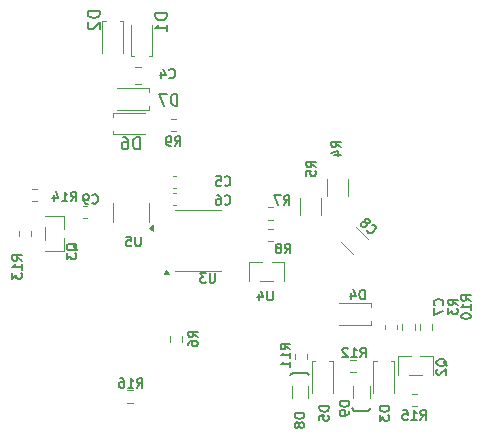
<source format=gbr>
%TF.GenerationSoftware,KiCad,Pcbnew,9.0.2-9.0.2-0~ubuntu24.04.1*%
%TF.CreationDate,2025-05-26T21:32:44+03:00*%
%TF.ProjectId,PCutSpeedCTRL,50437574-5370-4656-9564-4354524c2e6b,V01*%
%TF.SameCoordinates,PX5f5e100PY5f5e100*%
%TF.FileFunction,Legend,Bot*%
%TF.FilePolarity,Positive*%
%FSLAX46Y46*%
G04 Gerber Fmt 4.6, Leading zero omitted, Abs format (unit mm)*
G04 Created by KiCad (PCBNEW 9.0.2-9.0.2-0~ubuntu24.04.1) date 2025-05-26 21:32:44*
%MOMM*%
%LPD*%
G01*
G04 APERTURE LIST*
%ADD10C,0.150000*%
%ADD11C,0.120000*%
%ADD12C,0.200000*%
G04 APERTURE END LIST*
D10*
X-7561906Y9845181D02*
X-7561906Y10845181D01*
X-7561906Y10845181D02*
X-7800001Y10845181D01*
X-7800001Y10845181D02*
X-7942858Y10797562D01*
X-7942858Y10797562D02*
X-8038096Y10702324D01*
X-8038096Y10702324D02*
X-8085715Y10607086D01*
X-8085715Y10607086D02*
X-8133334Y10416610D01*
X-8133334Y10416610D02*
X-8133334Y10273753D01*
X-8133334Y10273753D02*
X-8085715Y10083277D01*
X-8085715Y10083277D02*
X-8038096Y9988039D01*
X-8038096Y9988039D02*
X-7942858Y9892800D01*
X-7942858Y9892800D02*
X-7800001Y9845181D01*
X-7800001Y9845181D02*
X-7561906Y9845181D01*
X-8466668Y10845181D02*
X-9133334Y10845181D01*
X-9133334Y10845181D02*
X-8704763Y9845181D01*
X-3566668Y1513896D02*
X-3528572Y1475800D01*
X-3528572Y1475800D02*
X-3414287Y1437705D01*
X-3414287Y1437705D02*
X-3338096Y1437705D01*
X-3338096Y1437705D02*
X-3223810Y1475800D01*
X-3223810Y1475800D02*
X-3147620Y1551991D01*
X-3147620Y1551991D02*
X-3109525Y1628181D01*
X-3109525Y1628181D02*
X-3071429Y1780562D01*
X-3071429Y1780562D02*
X-3071429Y1894848D01*
X-3071429Y1894848D02*
X-3109525Y2047229D01*
X-3109525Y2047229D02*
X-3147620Y2123420D01*
X-3147620Y2123420D02*
X-3223810Y2199610D01*
X-3223810Y2199610D02*
X-3338096Y2237705D01*
X-3338096Y2237705D02*
X-3414287Y2237705D01*
X-3414287Y2237705D02*
X-3528572Y2199610D01*
X-3528572Y2199610D02*
X-3566668Y2161515D01*
X-4252382Y2237705D02*
X-4100001Y2237705D01*
X-4100001Y2237705D02*
X-4023810Y2199610D01*
X-4023810Y2199610D02*
X-3985715Y2161515D01*
X-3985715Y2161515D02*
X-3909525Y2047229D01*
X-3909525Y2047229D02*
X-3871429Y1894848D01*
X-3871429Y1894848D02*
X-3871429Y1590086D01*
X-3871429Y1590086D02*
X-3909525Y1513896D01*
X-3909525Y1513896D02*
X-3947620Y1475800D01*
X-3947620Y1475800D02*
X-4023810Y1437705D01*
X-4023810Y1437705D02*
X-4176191Y1437705D01*
X-4176191Y1437705D02*
X-4252382Y1475800D01*
X-4252382Y1475800D02*
X-4290477Y1513896D01*
X-4290477Y1513896D02*
X-4328572Y1590086D01*
X-4328572Y1590086D02*
X-4328572Y1780562D01*
X-4328572Y1780562D02*
X-4290477Y1856753D01*
X-4290477Y1856753D02*
X-4252382Y1894848D01*
X-4252382Y1894848D02*
X-4176191Y1932943D01*
X-4176191Y1932943D02*
X-4023810Y1932943D01*
X-4023810Y1932943D02*
X-3947620Y1894848D01*
X-3947620Y1894848D02*
X-3909525Y1856753D01*
X-3909525Y1856753D02*
X-3871429Y1780562D01*
X-14766668Y1613896D02*
X-14728572Y1575800D01*
X-14728572Y1575800D02*
X-14614287Y1537705D01*
X-14614287Y1537705D02*
X-14538096Y1537705D01*
X-14538096Y1537705D02*
X-14423810Y1575800D01*
X-14423810Y1575800D02*
X-14347620Y1651991D01*
X-14347620Y1651991D02*
X-14309525Y1728181D01*
X-14309525Y1728181D02*
X-14271429Y1880562D01*
X-14271429Y1880562D02*
X-14271429Y1994848D01*
X-14271429Y1994848D02*
X-14309525Y2147229D01*
X-14309525Y2147229D02*
X-14347620Y2223420D01*
X-14347620Y2223420D02*
X-14423810Y2299610D01*
X-14423810Y2299610D02*
X-14538096Y2337705D01*
X-14538096Y2337705D02*
X-14614287Y2337705D01*
X-14614287Y2337705D02*
X-14728572Y2299610D01*
X-14728572Y2299610D02*
X-14766668Y2261515D01*
X-15147620Y1537705D02*
X-15300001Y1537705D01*
X-15300001Y1537705D02*
X-15376191Y1575800D01*
X-15376191Y1575800D02*
X-15414287Y1613896D01*
X-15414287Y1613896D02*
X-15490477Y1728181D01*
X-15490477Y1728181D02*
X-15528572Y1880562D01*
X-15528572Y1880562D02*
X-15528572Y2185324D01*
X-15528572Y2185324D02*
X-15490477Y2261515D01*
X-15490477Y2261515D02*
X-15452382Y2299610D01*
X-15452382Y2299610D02*
X-15376191Y2337705D01*
X-15376191Y2337705D02*
X-15223810Y2337705D01*
X-15223810Y2337705D02*
X-15147620Y2299610D01*
X-15147620Y2299610D02*
X-15109525Y2261515D01*
X-15109525Y2261515D02*
X-15071429Y2185324D01*
X-15071429Y2185324D02*
X-15071429Y1994848D01*
X-15071429Y1994848D02*
X-15109525Y1918658D01*
X-15109525Y1918658D02*
X-15147620Y1880562D01*
X-15147620Y1880562D02*
X-15223810Y1842467D01*
X-15223810Y1842467D02*
X-15376191Y1842467D01*
X-15376191Y1842467D02*
X-15452382Y1880562D01*
X-15452382Y1880562D02*
X-15490477Y1918658D01*
X-15490477Y1918658D02*
X-15528572Y1994848D01*
X-14145181Y17838095D02*
X-15145181Y17838095D01*
X-15145181Y17838095D02*
X-15145181Y17600000D01*
X-15145181Y17600000D02*
X-15097562Y17457143D01*
X-15097562Y17457143D02*
X-15002324Y17361905D01*
X-15002324Y17361905D02*
X-14907086Y17314286D01*
X-14907086Y17314286D02*
X-14716610Y17266667D01*
X-14716610Y17266667D02*
X-14573753Y17266667D01*
X-14573753Y17266667D02*
X-14383277Y17314286D01*
X-14383277Y17314286D02*
X-14288039Y17361905D01*
X-14288039Y17361905D02*
X-14192800Y17457143D01*
X-14192800Y17457143D02*
X-14145181Y17600000D01*
X-14145181Y17600000D02*
X-14145181Y17838095D01*
X-15049943Y16885714D02*
X-15097562Y16838095D01*
X-15097562Y16838095D02*
X-15145181Y16742857D01*
X-15145181Y16742857D02*
X-15145181Y16504762D01*
X-15145181Y16504762D02*
X-15097562Y16409524D01*
X-15097562Y16409524D02*
X-15049943Y16361905D01*
X-15049943Y16361905D02*
X-14954705Y16314286D01*
X-14954705Y16314286D02*
X-14859467Y16314286D01*
X-14859467Y16314286D02*
X-14716610Y16361905D01*
X-14716610Y16361905D02*
X-14145181Y16933333D01*
X-14145181Y16933333D02*
X-14145181Y16314286D01*
X8491974Y-696587D02*
X8491974Y-750462D01*
X8491974Y-750462D02*
X8545848Y-858211D01*
X8545848Y-858211D02*
X8599723Y-912086D01*
X8599723Y-912086D02*
X8707473Y-965961D01*
X8707473Y-965961D02*
X8815222Y-965961D01*
X8815222Y-965961D02*
X8896035Y-939023D01*
X8896035Y-939023D02*
X9030722Y-858211D01*
X9030722Y-858211D02*
X9111534Y-777399D01*
X9111534Y-777399D02*
X9192346Y-642712D01*
X9192346Y-642712D02*
X9219283Y-561900D01*
X9219283Y-561900D02*
X9219283Y-454150D01*
X9219283Y-454150D02*
X9165409Y-346401D01*
X9165409Y-346401D02*
X9111534Y-292526D01*
X9111534Y-292526D02*
X9003784Y-238651D01*
X9003784Y-238651D02*
X8949909Y-238651D01*
X8438099Y-103964D02*
X8518911Y-130901D01*
X8518911Y-130901D02*
X8572786Y-130901D01*
X8572786Y-130901D02*
X8653598Y-103964D01*
X8653598Y-103964D02*
X8680535Y-77027D01*
X8680535Y-77027D02*
X8707473Y3786D01*
X8707473Y3786D02*
X8707473Y57660D01*
X8707473Y57660D02*
X8680535Y138473D01*
X8680535Y138473D02*
X8572786Y246222D01*
X8572786Y246222D02*
X8491974Y273160D01*
X8491974Y273160D02*
X8438099Y273160D01*
X8438099Y273160D02*
X8357287Y246222D01*
X8357287Y246222D02*
X8330349Y219285D01*
X8330349Y219285D02*
X8303412Y138473D01*
X8303412Y138473D02*
X8303412Y84598D01*
X8303412Y84598D02*
X8330349Y3786D01*
X8330349Y3786D02*
X8438099Y-103964D01*
X8438099Y-103964D02*
X8465036Y-184776D01*
X8465036Y-184776D02*
X8465036Y-238651D01*
X8465036Y-238651D02*
X8438099Y-319463D01*
X8438099Y-319463D02*
X8330349Y-427213D01*
X8330349Y-427213D02*
X8249537Y-454150D01*
X8249537Y-454150D02*
X8195662Y-454150D01*
X8195662Y-454150D02*
X8114850Y-427213D01*
X8114850Y-427213D02*
X8007100Y-319463D01*
X8007100Y-319463D02*
X7980163Y-238651D01*
X7980163Y-238651D02*
X7980163Y-184776D01*
X7980163Y-184776D02*
X8007100Y-103964D01*
X8007100Y-103964D02*
X8114850Y3786D01*
X8114850Y3786D02*
X8195662Y30723D01*
X8195662Y30723D02*
X8249537Y30723D01*
X8249537Y30723D02*
X8330349Y3786D01*
X-16585715Y1737705D02*
X-16319048Y2118658D01*
X-16128572Y1737705D02*
X-16128572Y2537705D01*
X-16128572Y2537705D02*
X-16433334Y2537705D01*
X-16433334Y2537705D02*
X-16509524Y2499610D01*
X-16509524Y2499610D02*
X-16547619Y2461515D01*
X-16547619Y2461515D02*
X-16585715Y2385324D01*
X-16585715Y2385324D02*
X-16585715Y2271039D01*
X-16585715Y2271039D02*
X-16547619Y2194848D01*
X-16547619Y2194848D02*
X-16509524Y2156753D01*
X-16509524Y2156753D02*
X-16433334Y2118658D01*
X-16433334Y2118658D02*
X-16128572Y2118658D01*
X-17347619Y1737705D02*
X-16890476Y1737705D01*
X-17119048Y1737705D02*
X-17119048Y2537705D01*
X-17119048Y2537705D02*
X-17042857Y2423420D01*
X-17042857Y2423420D02*
X-16966667Y2347229D01*
X-16966667Y2347229D02*
X-16890476Y2309134D01*
X-18033334Y2271039D02*
X-18033334Y1737705D01*
X-17842858Y2575800D02*
X-17652381Y2004372D01*
X-17652381Y2004372D02*
X-18147620Y2004372D01*
X-8445181Y17638095D02*
X-9445181Y17638095D01*
X-9445181Y17638095D02*
X-9445181Y17400000D01*
X-9445181Y17400000D02*
X-9397562Y17257143D01*
X-9397562Y17257143D02*
X-9302324Y17161905D01*
X-9302324Y17161905D02*
X-9207086Y17114286D01*
X-9207086Y17114286D02*
X-9016610Y17066667D01*
X-9016610Y17066667D02*
X-8873753Y17066667D01*
X-8873753Y17066667D02*
X-8683277Y17114286D01*
X-8683277Y17114286D02*
X-8588039Y17161905D01*
X-8588039Y17161905D02*
X-8492800Y17257143D01*
X-8492800Y17257143D02*
X-8445181Y17400000D01*
X-8445181Y17400000D02*
X-8445181Y17638095D01*
X-8445181Y16114286D02*
X-8445181Y16685714D01*
X-8445181Y16400000D02*
X-9445181Y16400000D01*
X-9445181Y16400000D02*
X-9302324Y16495238D01*
X-9302324Y16495238D02*
X-9207086Y16590476D01*
X-9207086Y16590476D02*
X-9159467Y16685714D01*
X-8266668Y12213896D02*
X-8228572Y12175800D01*
X-8228572Y12175800D02*
X-8114287Y12137705D01*
X-8114287Y12137705D02*
X-8038096Y12137705D01*
X-8038096Y12137705D02*
X-7923810Y12175800D01*
X-7923810Y12175800D02*
X-7847620Y12251991D01*
X-7847620Y12251991D02*
X-7809525Y12328181D01*
X-7809525Y12328181D02*
X-7771429Y12480562D01*
X-7771429Y12480562D02*
X-7771429Y12594848D01*
X-7771429Y12594848D02*
X-7809525Y12747229D01*
X-7809525Y12747229D02*
X-7847620Y12823420D01*
X-7847620Y12823420D02*
X-7923810Y12899610D01*
X-7923810Y12899610D02*
X-8038096Y12937705D01*
X-8038096Y12937705D02*
X-8114287Y12937705D01*
X-8114287Y12937705D02*
X-8228572Y12899610D01*
X-8228572Y12899610D02*
X-8266668Y12861515D01*
X-8952382Y12671039D02*
X-8952382Y12137705D01*
X-8761906Y12975800D02*
X-8571429Y12404372D01*
X-8571429Y12404372D02*
X-9066668Y12404372D01*
X1433332Y1437705D02*
X1699999Y1818658D01*
X1890475Y1437705D02*
X1890475Y2237705D01*
X1890475Y2237705D02*
X1585713Y2237705D01*
X1585713Y2237705D02*
X1509523Y2199610D01*
X1509523Y2199610D02*
X1471428Y2161515D01*
X1471428Y2161515D02*
X1433332Y2085324D01*
X1433332Y2085324D02*
X1433332Y1971039D01*
X1433332Y1971039D02*
X1471428Y1894848D01*
X1471428Y1894848D02*
X1509523Y1856753D01*
X1509523Y1856753D02*
X1585713Y1818658D01*
X1585713Y1818658D02*
X1890475Y1818658D01*
X1166666Y2237705D02*
X633332Y2237705D01*
X633332Y2237705D02*
X976190Y1437705D01*
X8290475Y-6562295D02*
X8290475Y-5762295D01*
X8290475Y-5762295D02*
X8099999Y-5762295D01*
X8099999Y-5762295D02*
X7985713Y-5800390D01*
X7985713Y-5800390D02*
X7909523Y-5876580D01*
X7909523Y-5876580D02*
X7871428Y-5952771D01*
X7871428Y-5952771D02*
X7833332Y-6105152D01*
X7833332Y-6105152D02*
X7833332Y-6219438D01*
X7833332Y-6219438D02*
X7871428Y-6371819D01*
X7871428Y-6371819D02*
X7909523Y-6448009D01*
X7909523Y-6448009D02*
X7985713Y-6524200D01*
X7985713Y-6524200D02*
X8099999Y-6562295D01*
X8099999Y-6562295D02*
X8290475Y-6562295D01*
X7147618Y-6028961D02*
X7147618Y-6562295D01*
X7338094Y-5724200D02*
X7528571Y-6295628D01*
X7528571Y-6295628D02*
X7033332Y-6295628D01*
X1962295Y-10785714D02*
X1581342Y-10519047D01*
X1962295Y-10328571D02*
X1162295Y-10328571D01*
X1162295Y-10328571D02*
X1162295Y-10633333D01*
X1162295Y-10633333D02*
X1200390Y-10709523D01*
X1200390Y-10709523D02*
X1238485Y-10747618D01*
X1238485Y-10747618D02*
X1314676Y-10785714D01*
X1314676Y-10785714D02*
X1428961Y-10785714D01*
X1428961Y-10785714D02*
X1505152Y-10747618D01*
X1505152Y-10747618D02*
X1543247Y-10709523D01*
X1543247Y-10709523D02*
X1581342Y-10633333D01*
X1581342Y-10633333D02*
X1581342Y-10328571D01*
X1962295Y-11547618D02*
X1962295Y-11090475D01*
X1962295Y-11319047D02*
X1162295Y-11319047D01*
X1162295Y-11319047D02*
X1276580Y-11242856D01*
X1276580Y-11242856D02*
X1352771Y-11166666D01*
X1352771Y-11166666D02*
X1390866Y-11090475D01*
X1962295Y-12309523D02*
X1962295Y-11852380D01*
X1962295Y-12080952D02*
X1162295Y-12080952D01*
X1162295Y-12080952D02*
X1276580Y-12004761D01*
X1276580Y-12004761D02*
X1352771Y-11928571D01*
X1352771Y-11928571D02*
X1390866Y-11852380D01*
X-20737705Y-3285714D02*
X-21118658Y-3019047D01*
X-20737705Y-2828571D02*
X-21537705Y-2828571D01*
X-21537705Y-2828571D02*
X-21537705Y-3133333D01*
X-21537705Y-3133333D02*
X-21499610Y-3209523D01*
X-21499610Y-3209523D02*
X-21461515Y-3247618D01*
X-21461515Y-3247618D02*
X-21385324Y-3285714D01*
X-21385324Y-3285714D02*
X-21271039Y-3285714D01*
X-21271039Y-3285714D02*
X-21194848Y-3247618D01*
X-21194848Y-3247618D02*
X-21156753Y-3209523D01*
X-21156753Y-3209523D02*
X-21118658Y-3133333D01*
X-21118658Y-3133333D02*
X-21118658Y-2828571D01*
X-20737705Y-4047618D02*
X-20737705Y-3590475D01*
X-20737705Y-3819047D02*
X-21537705Y-3819047D01*
X-21537705Y-3819047D02*
X-21423420Y-3742856D01*
X-21423420Y-3742856D02*
X-21347229Y-3666666D01*
X-21347229Y-3666666D02*
X-21309134Y-3590475D01*
X-21537705Y-4314285D02*
X-21537705Y-4809523D01*
X-21537705Y-4809523D02*
X-21232943Y-4542857D01*
X-21232943Y-4542857D02*
X-21232943Y-4657142D01*
X-21232943Y-4657142D02*
X-21194848Y-4733333D01*
X-21194848Y-4733333D02*
X-21156753Y-4771428D01*
X-21156753Y-4771428D02*
X-21080562Y-4809523D01*
X-21080562Y-4809523D02*
X-20890086Y-4809523D01*
X-20890086Y-4809523D02*
X-20813896Y-4771428D01*
X-20813896Y-4771428D02*
X-20775800Y-4733333D01*
X-20775800Y-4733333D02*
X-20737705Y-4657142D01*
X-20737705Y-4657142D02*
X-20737705Y-4428571D01*
X-20737705Y-4428571D02*
X-20775800Y-4352380D01*
X-20775800Y-4352380D02*
X-20813896Y-4314285D01*
X5262295Y-15609524D02*
X4462295Y-15609524D01*
X4462295Y-15609524D02*
X4462295Y-15800000D01*
X4462295Y-15800000D02*
X4500390Y-15914286D01*
X4500390Y-15914286D02*
X4576580Y-15990476D01*
X4576580Y-15990476D02*
X4652771Y-16028571D01*
X4652771Y-16028571D02*
X4805152Y-16066667D01*
X4805152Y-16066667D02*
X4919438Y-16066667D01*
X4919438Y-16066667D02*
X5071819Y-16028571D01*
X5071819Y-16028571D02*
X5148009Y-15990476D01*
X5148009Y-15990476D02*
X5224200Y-15914286D01*
X5224200Y-15914286D02*
X5262295Y-15800000D01*
X5262295Y-15800000D02*
X5262295Y-15609524D01*
X4462295Y-16790476D02*
X4462295Y-16409524D01*
X4462295Y-16409524D02*
X4843247Y-16371428D01*
X4843247Y-16371428D02*
X4805152Y-16409524D01*
X4805152Y-16409524D02*
X4767057Y-16485714D01*
X4767057Y-16485714D02*
X4767057Y-16676190D01*
X4767057Y-16676190D02*
X4805152Y-16752381D01*
X4805152Y-16752381D02*
X4843247Y-16790476D01*
X4843247Y-16790476D02*
X4919438Y-16828571D01*
X4919438Y-16828571D02*
X5109914Y-16828571D01*
X5109914Y-16828571D02*
X5186104Y-16790476D01*
X5186104Y-16790476D02*
X5224200Y-16752381D01*
X5224200Y-16752381D02*
X5262295Y-16676190D01*
X5262295Y-16676190D02*
X5262295Y-16485714D01*
X5262295Y-16485714D02*
X5224200Y-16409524D01*
X5224200Y-16409524D02*
X5186104Y-16371428D01*
X10362295Y-15609524D02*
X9562295Y-15609524D01*
X9562295Y-15609524D02*
X9562295Y-15800000D01*
X9562295Y-15800000D02*
X9600390Y-15914286D01*
X9600390Y-15914286D02*
X9676580Y-15990476D01*
X9676580Y-15990476D02*
X9752771Y-16028571D01*
X9752771Y-16028571D02*
X9905152Y-16066667D01*
X9905152Y-16066667D02*
X10019438Y-16066667D01*
X10019438Y-16066667D02*
X10171819Y-16028571D01*
X10171819Y-16028571D02*
X10248009Y-15990476D01*
X10248009Y-15990476D02*
X10324200Y-15914286D01*
X10324200Y-15914286D02*
X10362295Y-15800000D01*
X10362295Y-15800000D02*
X10362295Y-15609524D01*
X9562295Y-16333333D02*
X9562295Y-16828571D01*
X9562295Y-16828571D02*
X9867057Y-16561905D01*
X9867057Y-16561905D02*
X9867057Y-16676190D01*
X9867057Y-16676190D02*
X9905152Y-16752381D01*
X9905152Y-16752381D02*
X9943247Y-16790476D01*
X9943247Y-16790476D02*
X10019438Y-16828571D01*
X10019438Y-16828571D02*
X10209914Y-16828571D01*
X10209914Y-16828571D02*
X10286104Y-16790476D01*
X10286104Y-16790476D02*
X10324200Y-16752381D01*
X10324200Y-16752381D02*
X10362295Y-16676190D01*
X10362295Y-16676190D02*
X10362295Y-16447619D01*
X10362295Y-16447619D02*
X10324200Y-16371428D01*
X10324200Y-16371428D02*
X10286104Y-16333333D01*
X7914285Y-11462295D02*
X8180952Y-11081342D01*
X8371428Y-11462295D02*
X8371428Y-10662295D01*
X8371428Y-10662295D02*
X8066666Y-10662295D01*
X8066666Y-10662295D02*
X7990476Y-10700390D01*
X7990476Y-10700390D02*
X7952381Y-10738485D01*
X7952381Y-10738485D02*
X7914285Y-10814676D01*
X7914285Y-10814676D02*
X7914285Y-10928961D01*
X7914285Y-10928961D02*
X7952381Y-11005152D01*
X7952381Y-11005152D02*
X7990476Y-11043247D01*
X7990476Y-11043247D02*
X8066666Y-11081342D01*
X8066666Y-11081342D02*
X8371428Y-11081342D01*
X7152381Y-11462295D02*
X7609524Y-11462295D01*
X7380952Y-11462295D02*
X7380952Y-10662295D01*
X7380952Y-10662295D02*
X7457143Y-10776580D01*
X7457143Y-10776580D02*
X7533333Y-10852771D01*
X7533333Y-10852771D02*
X7609524Y-10890866D01*
X6847619Y-10738485D02*
X6809523Y-10700390D01*
X6809523Y-10700390D02*
X6733333Y-10662295D01*
X6733333Y-10662295D02*
X6542857Y-10662295D01*
X6542857Y-10662295D02*
X6466666Y-10700390D01*
X6466666Y-10700390D02*
X6428571Y-10738485D01*
X6428571Y-10738485D02*
X6390476Y-10814676D01*
X6390476Y-10814676D02*
X6390476Y-10890866D01*
X6390476Y-10890866D02*
X6428571Y-11005152D01*
X6428571Y-11005152D02*
X6885714Y-11462295D01*
X6885714Y-11462295D02*
X6390476Y-11462295D01*
X-5837705Y-9766667D02*
X-6218658Y-9500000D01*
X-5837705Y-9309524D02*
X-6637705Y-9309524D01*
X-6637705Y-9309524D02*
X-6637705Y-9614286D01*
X-6637705Y-9614286D02*
X-6599610Y-9690476D01*
X-6599610Y-9690476D02*
X-6561515Y-9728571D01*
X-6561515Y-9728571D02*
X-6485324Y-9766667D01*
X-6485324Y-9766667D02*
X-6371039Y-9766667D01*
X-6371039Y-9766667D02*
X-6294848Y-9728571D01*
X-6294848Y-9728571D02*
X-6256753Y-9690476D01*
X-6256753Y-9690476D02*
X-6218658Y-9614286D01*
X-6218658Y-9614286D02*
X-6218658Y-9309524D01*
X-6637705Y-10452381D02*
X-6637705Y-10300000D01*
X-6637705Y-10300000D02*
X-6599610Y-10223809D01*
X-6599610Y-10223809D02*
X-6561515Y-10185714D01*
X-6561515Y-10185714D02*
X-6447229Y-10109524D01*
X-6447229Y-10109524D02*
X-6294848Y-10071428D01*
X-6294848Y-10071428D02*
X-5990086Y-10071428D01*
X-5990086Y-10071428D02*
X-5913896Y-10109524D01*
X-5913896Y-10109524D02*
X-5875800Y-10147619D01*
X-5875800Y-10147619D02*
X-5837705Y-10223809D01*
X-5837705Y-10223809D02*
X-5837705Y-10376190D01*
X-5837705Y-10376190D02*
X-5875800Y-10452381D01*
X-5875800Y-10452381D02*
X-5913896Y-10490476D01*
X-5913896Y-10490476D02*
X-5990086Y-10528571D01*
X-5990086Y-10528571D02*
X-6180562Y-10528571D01*
X-6180562Y-10528571D02*
X-6256753Y-10490476D01*
X-6256753Y-10490476D02*
X-6294848Y-10452381D01*
X-6294848Y-10452381D02*
X-6332943Y-10376190D01*
X-6332943Y-10376190D02*
X-6332943Y-10223809D01*
X-6332943Y-10223809D02*
X-6294848Y-10147619D01*
X-6294848Y-10147619D02*
X-6256753Y-10109524D01*
X-6256753Y-10109524D02*
X-6180562Y-10071428D01*
X6962295Y-15209524D02*
X6162295Y-15209524D01*
X6162295Y-15209524D02*
X6162295Y-15400000D01*
X6162295Y-15400000D02*
X6200390Y-15514286D01*
X6200390Y-15514286D02*
X6276580Y-15590476D01*
X6276580Y-15590476D02*
X6352771Y-15628571D01*
X6352771Y-15628571D02*
X6505152Y-15666667D01*
X6505152Y-15666667D02*
X6619438Y-15666667D01*
X6619438Y-15666667D02*
X6771819Y-15628571D01*
X6771819Y-15628571D02*
X6848009Y-15590476D01*
X6848009Y-15590476D02*
X6924200Y-15514286D01*
X6924200Y-15514286D02*
X6962295Y-15400000D01*
X6962295Y-15400000D02*
X6962295Y-15209524D01*
X6962295Y-16047619D02*
X6962295Y-16200000D01*
X6962295Y-16200000D02*
X6924200Y-16276190D01*
X6924200Y-16276190D02*
X6886104Y-16314286D01*
X6886104Y-16314286D02*
X6771819Y-16390476D01*
X6771819Y-16390476D02*
X6619438Y-16428571D01*
X6619438Y-16428571D02*
X6314676Y-16428571D01*
X6314676Y-16428571D02*
X6238485Y-16390476D01*
X6238485Y-16390476D02*
X6200390Y-16352381D01*
X6200390Y-16352381D02*
X6162295Y-16276190D01*
X6162295Y-16276190D02*
X6162295Y-16123809D01*
X6162295Y-16123809D02*
X6200390Y-16047619D01*
X6200390Y-16047619D02*
X6238485Y-16009524D01*
X6238485Y-16009524D02*
X6314676Y-15971428D01*
X6314676Y-15971428D02*
X6505152Y-15971428D01*
X6505152Y-15971428D02*
X6581342Y-16009524D01*
X6581342Y-16009524D02*
X6619438Y-16047619D01*
X6619438Y-16047619D02*
X6657533Y-16123809D01*
X6657533Y-16123809D02*
X6657533Y-16276190D01*
X6657533Y-16276190D02*
X6619438Y-16352381D01*
X6619438Y-16352381D02*
X6581342Y-16390476D01*
X6581342Y-16390476D02*
X6505152Y-16428571D01*
X-10985715Y-14062295D02*
X-10719048Y-13681342D01*
X-10528572Y-14062295D02*
X-10528572Y-13262295D01*
X-10528572Y-13262295D02*
X-10833334Y-13262295D01*
X-10833334Y-13262295D02*
X-10909524Y-13300390D01*
X-10909524Y-13300390D02*
X-10947619Y-13338485D01*
X-10947619Y-13338485D02*
X-10985715Y-13414676D01*
X-10985715Y-13414676D02*
X-10985715Y-13528961D01*
X-10985715Y-13528961D02*
X-10947619Y-13605152D01*
X-10947619Y-13605152D02*
X-10909524Y-13643247D01*
X-10909524Y-13643247D02*
X-10833334Y-13681342D01*
X-10833334Y-13681342D02*
X-10528572Y-13681342D01*
X-11747619Y-14062295D02*
X-11290476Y-14062295D01*
X-11519048Y-14062295D02*
X-11519048Y-13262295D01*
X-11519048Y-13262295D02*
X-11442857Y-13376580D01*
X-11442857Y-13376580D02*
X-11366667Y-13452771D01*
X-11366667Y-13452771D02*
X-11290476Y-13490866D01*
X-12433334Y-13262295D02*
X-12280953Y-13262295D01*
X-12280953Y-13262295D02*
X-12204762Y-13300390D01*
X-12204762Y-13300390D02*
X-12166667Y-13338485D01*
X-12166667Y-13338485D02*
X-12090477Y-13452771D01*
X-12090477Y-13452771D02*
X-12052381Y-13605152D01*
X-12052381Y-13605152D02*
X-12052381Y-13909914D01*
X-12052381Y-13909914D02*
X-12090477Y-13986104D01*
X-12090477Y-13986104D02*
X-12128572Y-14024200D01*
X-12128572Y-14024200D02*
X-12204762Y-14062295D01*
X-12204762Y-14062295D02*
X-12357143Y-14062295D01*
X-12357143Y-14062295D02*
X-12433334Y-14024200D01*
X-12433334Y-14024200D02*
X-12471429Y-13986104D01*
X-12471429Y-13986104D02*
X-12509524Y-13909914D01*
X-12509524Y-13909914D02*
X-12509524Y-13719438D01*
X-12509524Y-13719438D02*
X-12471429Y-13643247D01*
X-12471429Y-13643247D02*
X-12433334Y-13605152D01*
X-12433334Y-13605152D02*
X-12357143Y-13567057D01*
X-12357143Y-13567057D02*
X-12204762Y-13567057D01*
X-12204762Y-13567057D02*
X-12128572Y-13605152D01*
X-12128572Y-13605152D02*
X-12090477Y-13643247D01*
X-12090477Y-13643247D02*
X-12052381Y-13719438D01*
X13014285Y-16762295D02*
X13280952Y-16381342D01*
X13471428Y-16762295D02*
X13471428Y-15962295D01*
X13471428Y-15962295D02*
X13166666Y-15962295D01*
X13166666Y-15962295D02*
X13090476Y-16000390D01*
X13090476Y-16000390D02*
X13052381Y-16038485D01*
X13052381Y-16038485D02*
X13014285Y-16114676D01*
X13014285Y-16114676D02*
X13014285Y-16228961D01*
X13014285Y-16228961D02*
X13052381Y-16305152D01*
X13052381Y-16305152D02*
X13090476Y-16343247D01*
X13090476Y-16343247D02*
X13166666Y-16381342D01*
X13166666Y-16381342D02*
X13471428Y-16381342D01*
X12252381Y-16762295D02*
X12709524Y-16762295D01*
X12480952Y-16762295D02*
X12480952Y-15962295D01*
X12480952Y-15962295D02*
X12557143Y-16076580D01*
X12557143Y-16076580D02*
X12633333Y-16152771D01*
X12633333Y-16152771D02*
X12709524Y-16190866D01*
X11528571Y-15962295D02*
X11909523Y-15962295D01*
X11909523Y-15962295D02*
X11947619Y-16343247D01*
X11947619Y-16343247D02*
X11909523Y-16305152D01*
X11909523Y-16305152D02*
X11833333Y-16267057D01*
X11833333Y-16267057D02*
X11642857Y-16267057D01*
X11642857Y-16267057D02*
X11566666Y-16305152D01*
X11566666Y-16305152D02*
X11528571Y-16343247D01*
X11528571Y-16343247D02*
X11490476Y-16419438D01*
X11490476Y-16419438D02*
X11490476Y-16609914D01*
X11490476Y-16609914D02*
X11528571Y-16686104D01*
X11528571Y-16686104D02*
X11566666Y-16724200D01*
X11566666Y-16724200D02*
X11642857Y-16762295D01*
X11642857Y-16762295D02*
X11833333Y-16762295D01*
X11833333Y-16762295D02*
X11909523Y-16724200D01*
X11909523Y-16724200D02*
X11947619Y-16686104D01*
X4162295Y4633333D02*
X3781342Y4900000D01*
X4162295Y5090476D02*
X3362295Y5090476D01*
X3362295Y5090476D02*
X3362295Y4785714D01*
X3362295Y4785714D02*
X3400390Y4709524D01*
X3400390Y4709524D02*
X3438485Y4671429D01*
X3438485Y4671429D02*
X3514676Y4633333D01*
X3514676Y4633333D02*
X3628961Y4633333D01*
X3628961Y4633333D02*
X3705152Y4671429D01*
X3705152Y4671429D02*
X3743247Y4709524D01*
X3743247Y4709524D02*
X3781342Y4785714D01*
X3781342Y4785714D02*
X3781342Y5090476D01*
X3362295Y3909524D02*
X3362295Y4290476D01*
X3362295Y4290476D02*
X3743247Y4328572D01*
X3743247Y4328572D02*
X3705152Y4290476D01*
X3705152Y4290476D02*
X3667057Y4214286D01*
X3667057Y4214286D02*
X3667057Y4023810D01*
X3667057Y4023810D02*
X3705152Y3947619D01*
X3705152Y3947619D02*
X3743247Y3909524D01*
X3743247Y3909524D02*
X3819438Y3871429D01*
X3819438Y3871429D02*
X4009914Y3871429D01*
X4009914Y3871429D02*
X4086104Y3909524D01*
X4086104Y3909524D02*
X4124200Y3947619D01*
X4124200Y3947619D02*
X4162295Y4023810D01*
X4162295Y4023810D02*
X4162295Y4214286D01*
X4162295Y4214286D02*
X4124200Y4290476D01*
X4124200Y4290476D02*
X4086104Y4328572D01*
X6262295Y6333333D02*
X5881342Y6600000D01*
X6262295Y6790476D02*
X5462295Y6790476D01*
X5462295Y6790476D02*
X5462295Y6485714D01*
X5462295Y6485714D02*
X5500390Y6409524D01*
X5500390Y6409524D02*
X5538485Y6371429D01*
X5538485Y6371429D02*
X5614676Y6333333D01*
X5614676Y6333333D02*
X5728961Y6333333D01*
X5728961Y6333333D02*
X5805152Y6371429D01*
X5805152Y6371429D02*
X5843247Y6409524D01*
X5843247Y6409524D02*
X5881342Y6485714D01*
X5881342Y6485714D02*
X5881342Y6790476D01*
X5728961Y5647619D02*
X6262295Y5647619D01*
X5424200Y5838095D02*
X5995628Y6028572D01*
X5995628Y6028572D02*
X5995628Y5533333D01*
X16162295Y-7066667D02*
X15781342Y-6800000D01*
X16162295Y-6609524D02*
X15362295Y-6609524D01*
X15362295Y-6609524D02*
X15362295Y-6914286D01*
X15362295Y-6914286D02*
X15400390Y-6990476D01*
X15400390Y-6990476D02*
X15438485Y-7028571D01*
X15438485Y-7028571D02*
X15514676Y-7066667D01*
X15514676Y-7066667D02*
X15628961Y-7066667D01*
X15628961Y-7066667D02*
X15705152Y-7028571D01*
X15705152Y-7028571D02*
X15743247Y-6990476D01*
X15743247Y-6990476D02*
X15781342Y-6914286D01*
X15781342Y-6914286D02*
X15781342Y-6609524D01*
X15362295Y-7333333D02*
X15362295Y-7828571D01*
X15362295Y-7828571D02*
X15667057Y-7561905D01*
X15667057Y-7561905D02*
X15667057Y-7676190D01*
X15667057Y-7676190D02*
X15705152Y-7752381D01*
X15705152Y-7752381D02*
X15743247Y-7790476D01*
X15743247Y-7790476D02*
X15819438Y-7828571D01*
X15819438Y-7828571D02*
X16009914Y-7828571D01*
X16009914Y-7828571D02*
X16086104Y-7790476D01*
X16086104Y-7790476D02*
X16124200Y-7752381D01*
X16124200Y-7752381D02*
X16162295Y-7676190D01*
X16162295Y-7676190D02*
X16162295Y-7447619D01*
X16162295Y-7447619D02*
X16124200Y-7371428D01*
X16124200Y-7371428D02*
X16086104Y-7333333D01*
X-10690477Y-1262295D02*
X-10690477Y-1909914D01*
X-10690477Y-1909914D02*
X-10728572Y-1986104D01*
X-10728572Y-1986104D02*
X-10766667Y-2024200D01*
X-10766667Y-2024200D02*
X-10842858Y-2062295D01*
X-10842858Y-2062295D02*
X-10995239Y-2062295D01*
X-10995239Y-2062295D02*
X-11071429Y-2024200D01*
X-11071429Y-2024200D02*
X-11109524Y-1986104D01*
X-11109524Y-1986104D02*
X-11147620Y-1909914D01*
X-11147620Y-1909914D02*
X-11147620Y-1262295D01*
X-11909524Y-1262295D02*
X-11528572Y-1262295D01*
X-11528572Y-1262295D02*
X-11490476Y-1643247D01*
X-11490476Y-1643247D02*
X-11528572Y-1605152D01*
X-11528572Y-1605152D02*
X-11604762Y-1567057D01*
X-11604762Y-1567057D02*
X-11795238Y-1567057D01*
X-11795238Y-1567057D02*
X-11871429Y-1605152D01*
X-11871429Y-1605152D02*
X-11909524Y-1643247D01*
X-11909524Y-1643247D02*
X-11947619Y-1719438D01*
X-11947619Y-1719438D02*
X-11947619Y-1909914D01*
X-11947619Y-1909914D02*
X-11909524Y-1986104D01*
X-11909524Y-1986104D02*
X-11871429Y-2024200D01*
X-11871429Y-2024200D02*
X-11795238Y-2062295D01*
X-11795238Y-2062295D02*
X-11604762Y-2062295D01*
X-11604762Y-2062295D02*
X-11528572Y-2024200D01*
X-11528572Y-2024200D02*
X-11490476Y-1986104D01*
X15238485Y-12223809D02*
X15200390Y-12147619D01*
X15200390Y-12147619D02*
X15124200Y-12071428D01*
X15124200Y-12071428D02*
X15009914Y-11957142D01*
X15009914Y-11957142D02*
X14971819Y-11880952D01*
X14971819Y-11880952D02*
X14971819Y-11804761D01*
X15162295Y-11842857D02*
X15124200Y-11766666D01*
X15124200Y-11766666D02*
X15048009Y-11690476D01*
X15048009Y-11690476D02*
X14895628Y-11652380D01*
X14895628Y-11652380D02*
X14628961Y-11652380D01*
X14628961Y-11652380D02*
X14476580Y-11690476D01*
X14476580Y-11690476D02*
X14400390Y-11766666D01*
X14400390Y-11766666D02*
X14362295Y-11842857D01*
X14362295Y-11842857D02*
X14362295Y-11995238D01*
X14362295Y-11995238D02*
X14400390Y-12071428D01*
X14400390Y-12071428D02*
X14476580Y-12147619D01*
X14476580Y-12147619D02*
X14628961Y-12185714D01*
X14628961Y-12185714D02*
X14895628Y-12185714D01*
X14895628Y-12185714D02*
X15048009Y-12147619D01*
X15048009Y-12147619D02*
X15124200Y-12071428D01*
X15124200Y-12071428D02*
X15162295Y-11995238D01*
X15162295Y-11995238D02*
X15162295Y-11842857D01*
X14438485Y-12490475D02*
X14400390Y-12528571D01*
X14400390Y-12528571D02*
X14362295Y-12604761D01*
X14362295Y-12604761D02*
X14362295Y-12795237D01*
X14362295Y-12795237D02*
X14400390Y-12871428D01*
X14400390Y-12871428D02*
X14438485Y-12909523D01*
X14438485Y-12909523D02*
X14514676Y-12947618D01*
X14514676Y-12947618D02*
X14590866Y-12947618D01*
X14590866Y-12947618D02*
X14705152Y-12909523D01*
X14705152Y-12909523D02*
X15162295Y-12452380D01*
X15162295Y-12452380D02*
X15162295Y-12947618D01*
X-4390477Y-4362295D02*
X-4390477Y-5009914D01*
X-4390477Y-5009914D02*
X-4428572Y-5086104D01*
X-4428572Y-5086104D02*
X-4466667Y-5124200D01*
X-4466667Y-5124200D02*
X-4542858Y-5162295D01*
X-4542858Y-5162295D02*
X-4695239Y-5162295D01*
X-4695239Y-5162295D02*
X-4771429Y-5124200D01*
X-4771429Y-5124200D02*
X-4809524Y-5086104D01*
X-4809524Y-5086104D02*
X-4847620Y-5009914D01*
X-4847620Y-5009914D02*
X-4847620Y-4362295D01*
X-5152381Y-4362295D02*
X-5647619Y-4362295D01*
X-5647619Y-4362295D02*
X-5380953Y-4667057D01*
X-5380953Y-4667057D02*
X-5495238Y-4667057D01*
X-5495238Y-4667057D02*
X-5571429Y-4705152D01*
X-5571429Y-4705152D02*
X-5609524Y-4743247D01*
X-5609524Y-4743247D02*
X-5647619Y-4819438D01*
X-5647619Y-4819438D02*
X-5647619Y-5009914D01*
X-5647619Y-5009914D02*
X-5609524Y-5086104D01*
X-5609524Y-5086104D02*
X-5571429Y-5124200D01*
X-5571429Y-5124200D02*
X-5495238Y-5162295D01*
X-5495238Y-5162295D02*
X-5266667Y-5162295D01*
X-5266667Y-5162295D02*
X-5190476Y-5124200D01*
X-5190476Y-5124200D02*
X-5152381Y-5086104D01*
X509523Y-5862295D02*
X509523Y-6509914D01*
X509523Y-6509914D02*
X471428Y-6586104D01*
X471428Y-6586104D02*
X433333Y-6624200D01*
X433333Y-6624200D02*
X357142Y-6662295D01*
X357142Y-6662295D02*
X204761Y-6662295D01*
X204761Y-6662295D02*
X128571Y-6624200D01*
X128571Y-6624200D02*
X90476Y-6586104D01*
X90476Y-6586104D02*
X52380Y-6509914D01*
X52380Y-6509914D02*
X52380Y-5862295D01*
X-671429Y-6128961D02*
X-671429Y-6662295D01*
X-480953Y-5824200D02*
X-290476Y-6395628D01*
X-290476Y-6395628D02*
X-785715Y-6395628D01*
X17262295Y-6685714D02*
X16881342Y-6419047D01*
X17262295Y-6228571D02*
X16462295Y-6228571D01*
X16462295Y-6228571D02*
X16462295Y-6533333D01*
X16462295Y-6533333D02*
X16500390Y-6609523D01*
X16500390Y-6609523D02*
X16538485Y-6647618D01*
X16538485Y-6647618D02*
X16614676Y-6685714D01*
X16614676Y-6685714D02*
X16728961Y-6685714D01*
X16728961Y-6685714D02*
X16805152Y-6647618D01*
X16805152Y-6647618D02*
X16843247Y-6609523D01*
X16843247Y-6609523D02*
X16881342Y-6533333D01*
X16881342Y-6533333D02*
X16881342Y-6228571D01*
X17262295Y-7447618D02*
X17262295Y-6990475D01*
X17262295Y-7219047D02*
X16462295Y-7219047D01*
X16462295Y-7219047D02*
X16576580Y-7142856D01*
X16576580Y-7142856D02*
X16652771Y-7066666D01*
X16652771Y-7066666D02*
X16690866Y-6990475D01*
X16462295Y-7942857D02*
X16462295Y-8019047D01*
X16462295Y-8019047D02*
X16500390Y-8095238D01*
X16500390Y-8095238D02*
X16538485Y-8133333D01*
X16538485Y-8133333D02*
X16614676Y-8171428D01*
X16614676Y-8171428D02*
X16767057Y-8209523D01*
X16767057Y-8209523D02*
X16957533Y-8209523D01*
X16957533Y-8209523D02*
X17109914Y-8171428D01*
X17109914Y-8171428D02*
X17186104Y-8133333D01*
X17186104Y-8133333D02*
X17224200Y-8095238D01*
X17224200Y-8095238D02*
X17262295Y-8019047D01*
X17262295Y-8019047D02*
X17262295Y-7942857D01*
X17262295Y-7942857D02*
X17224200Y-7866666D01*
X17224200Y-7866666D02*
X17186104Y-7828571D01*
X17186104Y-7828571D02*
X17109914Y-7790476D01*
X17109914Y-7790476D02*
X16957533Y-7752380D01*
X16957533Y-7752380D02*
X16767057Y-7752380D01*
X16767057Y-7752380D02*
X16614676Y-7790476D01*
X16614676Y-7790476D02*
X16538485Y-7828571D01*
X16538485Y-7828571D02*
X16500390Y-7866666D01*
X16500390Y-7866666D02*
X16462295Y-7942857D01*
X-10761906Y6145181D02*
X-10761906Y7145181D01*
X-10761906Y7145181D02*
X-11000001Y7145181D01*
X-11000001Y7145181D02*
X-11142858Y7097562D01*
X-11142858Y7097562D02*
X-11238096Y7002324D01*
X-11238096Y7002324D02*
X-11285715Y6907086D01*
X-11285715Y6907086D02*
X-11333334Y6716610D01*
X-11333334Y6716610D02*
X-11333334Y6573753D01*
X-11333334Y6573753D02*
X-11285715Y6383277D01*
X-11285715Y6383277D02*
X-11238096Y6288039D01*
X-11238096Y6288039D02*
X-11142858Y6192800D01*
X-11142858Y6192800D02*
X-11000001Y6145181D01*
X-11000001Y6145181D02*
X-10761906Y6145181D01*
X-12190477Y7145181D02*
X-12000001Y7145181D01*
X-12000001Y7145181D02*
X-11904763Y7097562D01*
X-11904763Y7097562D02*
X-11857144Y7049943D01*
X-11857144Y7049943D02*
X-11761906Y6907086D01*
X-11761906Y6907086D02*
X-11714287Y6716610D01*
X-11714287Y6716610D02*
X-11714287Y6335658D01*
X-11714287Y6335658D02*
X-11761906Y6240420D01*
X-11761906Y6240420D02*
X-11809525Y6192800D01*
X-11809525Y6192800D02*
X-11904763Y6145181D01*
X-11904763Y6145181D02*
X-12095239Y6145181D01*
X-12095239Y6145181D02*
X-12190477Y6192800D01*
X-12190477Y6192800D02*
X-12238096Y6240420D01*
X-12238096Y6240420D02*
X-12285715Y6335658D01*
X-12285715Y6335658D02*
X-12285715Y6573753D01*
X-12285715Y6573753D02*
X-12238096Y6668991D01*
X-12238096Y6668991D02*
X-12190477Y6716610D01*
X-12190477Y6716610D02*
X-12095239Y6764229D01*
X-12095239Y6764229D02*
X-11904763Y6764229D01*
X-11904763Y6764229D02*
X-11809525Y6716610D01*
X-11809525Y6716610D02*
X-11761906Y6668991D01*
X-11761906Y6668991D02*
X-11714287Y6573753D01*
X-3566668Y3113896D02*
X-3528572Y3075800D01*
X-3528572Y3075800D02*
X-3414287Y3037705D01*
X-3414287Y3037705D02*
X-3338096Y3037705D01*
X-3338096Y3037705D02*
X-3223810Y3075800D01*
X-3223810Y3075800D02*
X-3147620Y3151991D01*
X-3147620Y3151991D02*
X-3109525Y3228181D01*
X-3109525Y3228181D02*
X-3071429Y3380562D01*
X-3071429Y3380562D02*
X-3071429Y3494848D01*
X-3071429Y3494848D02*
X-3109525Y3647229D01*
X-3109525Y3647229D02*
X-3147620Y3723420D01*
X-3147620Y3723420D02*
X-3223810Y3799610D01*
X-3223810Y3799610D02*
X-3338096Y3837705D01*
X-3338096Y3837705D02*
X-3414287Y3837705D01*
X-3414287Y3837705D02*
X-3528572Y3799610D01*
X-3528572Y3799610D02*
X-3566668Y3761515D01*
X-4290477Y3837705D02*
X-3909525Y3837705D01*
X-3909525Y3837705D02*
X-3871429Y3456753D01*
X-3871429Y3456753D02*
X-3909525Y3494848D01*
X-3909525Y3494848D02*
X-3985715Y3532943D01*
X-3985715Y3532943D02*
X-4176191Y3532943D01*
X-4176191Y3532943D02*
X-4252382Y3494848D01*
X-4252382Y3494848D02*
X-4290477Y3456753D01*
X-4290477Y3456753D02*
X-4328572Y3380562D01*
X-4328572Y3380562D02*
X-4328572Y3190086D01*
X-4328572Y3190086D02*
X-4290477Y3113896D01*
X-4290477Y3113896D02*
X-4252382Y3075800D01*
X-4252382Y3075800D02*
X-4176191Y3037705D01*
X-4176191Y3037705D02*
X-3985715Y3037705D01*
X-3985715Y3037705D02*
X-3909525Y3075800D01*
X-3909525Y3075800D02*
X-3871429Y3113896D01*
X1533332Y-2662295D02*
X1799999Y-2281342D01*
X1990475Y-2662295D02*
X1990475Y-1862295D01*
X1990475Y-1862295D02*
X1685713Y-1862295D01*
X1685713Y-1862295D02*
X1609523Y-1900390D01*
X1609523Y-1900390D02*
X1571428Y-1938485D01*
X1571428Y-1938485D02*
X1533332Y-2014676D01*
X1533332Y-2014676D02*
X1533332Y-2128961D01*
X1533332Y-2128961D02*
X1571428Y-2205152D01*
X1571428Y-2205152D02*
X1609523Y-2243247D01*
X1609523Y-2243247D02*
X1685713Y-2281342D01*
X1685713Y-2281342D02*
X1990475Y-2281342D01*
X1076190Y-2205152D02*
X1152380Y-2167057D01*
X1152380Y-2167057D02*
X1190475Y-2128961D01*
X1190475Y-2128961D02*
X1228571Y-2052771D01*
X1228571Y-2052771D02*
X1228571Y-2014676D01*
X1228571Y-2014676D02*
X1190475Y-1938485D01*
X1190475Y-1938485D02*
X1152380Y-1900390D01*
X1152380Y-1900390D02*
X1076190Y-1862295D01*
X1076190Y-1862295D02*
X923809Y-1862295D01*
X923809Y-1862295D02*
X847618Y-1900390D01*
X847618Y-1900390D02*
X809523Y-1938485D01*
X809523Y-1938485D02*
X771428Y-2014676D01*
X771428Y-2014676D02*
X771428Y-2052771D01*
X771428Y-2052771D02*
X809523Y-2128961D01*
X809523Y-2128961D02*
X847618Y-2167057D01*
X847618Y-2167057D02*
X923809Y-2205152D01*
X923809Y-2205152D02*
X1076190Y-2205152D01*
X1076190Y-2205152D02*
X1152380Y-2243247D01*
X1152380Y-2243247D02*
X1190475Y-2281342D01*
X1190475Y-2281342D02*
X1228571Y-2357533D01*
X1228571Y-2357533D02*
X1228571Y-2509914D01*
X1228571Y-2509914D02*
X1190475Y-2586104D01*
X1190475Y-2586104D02*
X1152380Y-2624200D01*
X1152380Y-2624200D02*
X1076190Y-2662295D01*
X1076190Y-2662295D02*
X923809Y-2662295D01*
X923809Y-2662295D02*
X847618Y-2624200D01*
X847618Y-2624200D02*
X809523Y-2586104D01*
X809523Y-2586104D02*
X771428Y-2509914D01*
X771428Y-2509914D02*
X771428Y-2357533D01*
X771428Y-2357533D02*
X809523Y-2281342D01*
X809523Y-2281342D02*
X847618Y-2243247D01*
X847618Y-2243247D02*
X923809Y-2205152D01*
X-7766668Y6437705D02*
X-7500001Y6818658D01*
X-7309525Y6437705D02*
X-7309525Y7237705D01*
X-7309525Y7237705D02*
X-7614287Y7237705D01*
X-7614287Y7237705D02*
X-7690477Y7199610D01*
X-7690477Y7199610D02*
X-7728572Y7161515D01*
X-7728572Y7161515D02*
X-7766668Y7085324D01*
X-7766668Y7085324D02*
X-7766668Y6971039D01*
X-7766668Y6971039D02*
X-7728572Y6894848D01*
X-7728572Y6894848D02*
X-7690477Y6856753D01*
X-7690477Y6856753D02*
X-7614287Y6818658D01*
X-7614287Y6818658D02*
X-7309525Y6818658D01*
X-8147620Y6437705D02*
X-8300001Y6437705D01*
X-8300001Y6437705D02*
X-8376191Y6475800D01*
X-8376191Y6475800D02*
X-8414287Y6513896D01*
X-8414287Y6513896D02*
X-8490477Y6628181D01*
X-8490477Y6628181D02*
X-8528572Y6780562D01*
X-8528572Y6780562D02*
X-8528572Y7085324D01*
X-8528572Y7085324D02*
X-8490477Y7161515D01*
X-8490477Y7161515D02*
X-8452382Y7199610D01*
X-8452382Y7199610D02*
X-8376191Y7237705D01*
X-8376191Y7237705D02*
X-8223810Y7237705D01*
X-8223810Y7237705D02*
X-8147620Y7199610D01*
X-8147620Y7199610D02*
X-8109525Y7161515D01*
X-8109525Y7161515D02*
X-8071429Y7085324D01*
X-8071429Y7085324D02*
X-8071429Y6894848D01*
X-8071429Y6894848D02*
X-8109525Y6818658D01*
X-8109525Y6818658D02*
X-8147620Y6780562D01*
X-8147620Y6780562D02*
X-8223810Y6742467D01*
X-8223810Y6742467D02*
X-8376191Y6742467D01*
X-8376191Y6742467D02*
X-8452382Y6780562D01*
X-8452382Y6780562D02*
X-8490477Y6818658D01*
X-8490477Y6818658D02*
X-8528572Y6894848D01*
X3162295Y-16209524D02*
X2362295Y-16209524D01*
X2362295Y-16209524D02*
X2362295Y-16400000D01*
X2362295Y-16400000D02*
X2400390Y-16514286D01*
X2400390Y-16514286D02*
X2476580Y-16590476D01*
X2476580Y-16590476D02*
X2552771Y-16628571D01*
X2552771Y-16628571D02*
X2705152Y-16666667D01*
X2705152Y-16666667D02*
X2819438Y-16666667D01*
X2819438Y-16666667D02*
X2971819Y-16628571D01*
X2971819Y-16628571D02*
X3048009Y-16590476D01*
X3048009Y-16590476D02*
X3124200Y-16514286D01*
X3124200Y-16514286D02*
X3162295Y-16400000D01*
X3162295Y-16400000D02*
X3162295Y-16209524D01*
X2705152Y-17123809D02*
X2667057Y-17047619D01*
X2667057Y-17047619D02*
X2628961Y-17009524D01*
X2628961Y-17009524D02*
X2552771Y-16971428D01*
X2552771Y-16971428D02*
X2514676Y-16971428D01*
X2514676Y-16971428D02*
X2438485Y-17009524D01*
X2438485Y-17009524D02*
X2400390Y-17047619D01*
X2400390Y-17047619D02*
X2362295Y-17123809D01*
X2362295Y-17123809D02*
X2362295Y-17276190D01*
X2362295Y-17276190D02*
X2400390Y-17352381D01*
X2400390Y-17352381D02*
X2438485Y-17390476D01*
X2438485Y-17390476D02*
X2514676Y-17428571D01*
X2514676Y-17428571D02*
X2552771Y-17428571D01*
X2552771Y-17428571D02*
X2628961Y-17390476D01*
X2628961Y-17390476D02*
X2667057Y-17352381D01*
X2667057Y-17352381D02*
X2705152Y-17276190D01*
X2705152Y-17276190D02*
X2705152Y-17123809D01*
X2705152Y-17123809D02*
X2743247Y-17047619D01*
X2743247Y-17047619D02*
X2781342Y-17009524D01*
X2781342Y-17009524D02*
X2857533Y-16971428D01*
X2857533Y-16971428D02*
X3009914Y-16971428D01*
X3009914Y-16971428D02*
X3086104Y-17009524D01*
X3086104Y-17009524D02*
X3124200Y-17047619D01*
X3124200Y-17047619D02*
X3162295Y-17123809D01*
X3162295Y-17123809D02*
X3162295Y-17276190D01*
X3162295Y-17276190D02*
X3124200Y-17352381D01*
X3124200Y-17352381D02*
X3086104Y-17390476D01*
X3086104Y-17390476D02*
X3009914Y-17428571D01*
X3009914Y-17428571D02*
X2857533Y-17428571D01*
X2857533Y-17428571D02*
X2781342Y-17390476D01*
X2781342Y-17390476D02*
X2743247Y-17352381D01*
X2743247Y-17352381D02*
X2705152Y-17276190D01*
X14886104Y-7066667D02*
X14924200Y-7028571D01*
X14924200Y-7028571D02*
X14962295Y-6914286D01*
X14962295Y-6914286D02*
X14962295Y-6838095D01*
X14962295Y-6838095D02*
X14924200Y-6723809D01*
X14924200Y-6723809D02*
X14848009Y-6647619D01*
X14848009Y-6647619D02*
X14771819Y-6609524D01*
X14771819Y-6609524D02*
X14619438Y-6571428D01*
X14619438Y-6571428D02*
X14505152Y-6571428D01*
X14505152Y-6571428D02*
X14352771Y-6609524D01*
X14352771Y-6609524D02*
X14276580Y-6647619D01*
X14276580Y-6647619D02*
X14200390Y-6723809D01*
X14200390Y-6723809D02*
X14162295Y-6838095D01*
X14162295Y-6838095D02*
X14162295Y-6914286D01*
X14162295Y-6914286D02*
X14200390Y-7028571D01*
X14200390Y-7028571D02*
X14238485Y-7066667D01*
X14162295Y-7333333D02*
X14162295Y-7866667D01*
X14162295Y-7866667D02*
X14962295Y-7523809D01*
X-16061515Y-2423809D02*
X-16099610Y-2347619D01*
X-16099610Y-2347619D02*
X-16175800Y-2271428D01*
X-16175800Y-2271428D02*
X-16290086Y-2157142D01*
X-16290086Y-2157142D02*
X-16328181Y-2080952D01*
X-16328181Y-2080952D02*
X-16328181Y-2004761D01*
X-16137705Y-2042857D02*
X-16175800Y-1966666D01*
X-16175800Y-1966666D02*
X-16251991Y-1890476D01*
X-16251991Y-1890476D02*
X-16404372Y-1852380D01*
X-16404372Y-1852380D02*
X-16671039Y-1852380D01*
X-16671039Y-1852380D02*
X-16823420Y-1890476D01*
X-16823420Y-1890476D02*
X-16899610Y-1966666D01*
X-16899610Y-1966666D02*
X-16937705Y-2042857D01*
X-16937705Y-2042857D02*
X-16937705Y-2195238D01*
X-16937705Y-2195238D02*
X-16899610Y-2271428D01*
X-16899610Y-2271428D02*
X-16823420Y-2347619D01*
X-16823420Y-2347619D02*
X-16671039Y-2385714D01*
X-16671039Y-2385714D02*
X-16404372Y-2385714D01*
X-16404372Y-2385714D02*
X-16251991Y-2347619D01*
X-16251991Y-2347619D02*
X-16175800Y-2271428D01*
X-16175800Y-2271428D02*
X-16137705Y-2195238D01*
X-16137705Y-2195238D02*
X-16137705Y-2042857D01*
X-16937705Y-2652380D02*
X-16937705Y-3147618D01*
X-16937705Y-3147618D02*
X-16632943Y-2880952D01*
X-16632943Y-2880952D02*
X-16632943Y-2995237D01*
X-16632943Y-2995237D02*
X-16594848Y-3071428D01*
X-16594848Y-3071428D02*
X-16556753Y-3109523D01*
X-16556753Y-3109523D02*
X-16480562Y-3147618D01*
X-16480562Y-3147618D02*
X-16290086Y-3147618D01*
X-16290086Y-3147618D02*
X-16213896Y-3109523D01*
X-16213896Y-3109523D02*
X-16175800Y-3071428D01*
X-16175800Y-3071428D02*
X-16137705Y-2995237D01*
X-16137705Y-2995237D02*
X-16137705Y-2766666D01*
X-16137705Y-2766666D02*
X-16175800Y-2690475D01*
X-16175800Y-2690475D02*
X-16213896Y-2652380D01*
D11*
%TO.C,D7*%
X-10000000Y11300000D02*
X-12700000Y11300000D01*
X-10000000Y11300000D02*
X-10000000Y11000000D01*
X-10000000Y9800000D02*
X-10000000Y9500000D01*
X-10000000Y9500000D02*
X-12700000Y9500000D01*
%TO.C,C6*%
X-7940580Y2410000D02*
X-7659420Y2410000D01*
X-7940580Y1390000D02*
X-7659420Y1390000D01*
%TO.C,C9*%
X-15540580Y1310000D02*
X-15259420Y1310000D01*
X-15540580Y290000D02*
X-15259420Y290000D01*
%TO.C,D2*%
X-13946990Y17000000D02*
X-13946990Y14300000D01*
X-13946990Y17000000D02*
X-13646990Y17000000D01*
X-12446990Y17000000D02*
X-12146990Y17000000D01*
X-12146990Y17000000D02*
X-12146990Y14300000D01*
%TO.C,C8*%
X7270645Y-2757579D02*
X6242421Y-1729355D01*
X8557579Y-1470645D02*
X7529355Y-442421D01*
%TO.C,R14*%
X-19412742Y2772500D02*
X-19887258Y2772500D01*
X-19412742Y1727500D02*
X-19887258Y1727500D01*
%TO.C,D1*%
X-11500000Y14000000D02*
X-11500000Y16700000D01*
X-11200000Y14000000D02*
X-11500000Y14000000D01*
X-9700000Y14000000D02*
X-10000000Y14000000D01*
X-9700000Y14000000D02*
X-9700000Y16700000D01*
%TO.C,C4*%
X-11161252Y13135000D02*
X-10638748Y13135000D01*
X-11161252Y11665000D02*
X-10638748Y11665000D01*
%TO.C,R7*%
X537258Y1222500D02*
X62742Y1222500D01*
X537258Y177500D02*
X62742Y177500D01*
%TO.C,D4*%
X8800000Y-6900000D02*
X6100000Y-6900000D01*
X8800000Y-6900000D02*
X8800000Y-7200000D01*
X8800000Y-8400000D02*
X8800000Y-8700000D01*
X8800000Y-8700000D02*
X6100000Y-8700000D01*
%TO.C,R11*%
X2377500Y-11162742D02*
X2377500Y-11637258D01*
X3422500Y-11162742D02*
X3422500Y-11637258D01*
%TO.C,R13*%
X-20985000Y-1237258D02*
X-20985000Y-762742D01*
X-19940000Y-1237258D02*
X-19940000Y-762742D01*
%TO.C,D5*%
X3800000Y-11800000D02*
X3800000Y-14500000D01*
X3800000Y-11800000D02*
X4100000Y-11800000D01*
X5300000Y-11800000D02*
X5600000Y-11800000D01*
X5600000Y-11800000D02*
X5600000Y-14500000D01*
%TO.C,D3*%
X9000000Y-11800000D02*
X9000000Y-14500000D01*
X9000000Y-11800000D02*
X9300000Y-11800000D01*
X10500000Y-11800000D02*
X10800000Y-11800000D01*
X10800000Y-11800000D02*
X10800000Y-14500000D01*
%TO.C,R12*%
X7062742Y-11677500D02*
X7537258Y-11677500D01*
X7062742Y-12722500D02*
X7537258Y-12722500D01*
%TO.C,R6*%
X-8222500Y-9662742D02*
X-8222500Y-10137258D01*
X-7177500Y-9662742D02*
X-7177500Y-10137258D01*
D12*
%TO.C,D9*%
X7200000Y-15800000D02*
X7400000Y-16000000D01*
D11*
X7300000Y-14900000D02*
X7300000Y-13900000D01*
D12*
X8600000Y-16000000D02*
X7400000Y-16000000D01*
X8600000Y-16000000D02*
X8800000Y-15800000D01*
D11*
X8700000Y-13900000D02*
X8700000Y-14900000D01*
%TO.C,R16*%
X-11362742Y-14277500D02*
X-11837258Y-14277500D01*
X-11362742Y-15322500D02*
X-11837258Y-15322500D01*
%TO.C,R15*%
X12262742Y-14577500D02*
X12737258Y-14577500D01*
X12262742Y-15622500D02*
X12737258Y-15622500D01*
%TO.C,R5*%
X2790000Y572936D02*
X2790000Y2027064D01*
X4610000Y572936D02*
X4610000Y2027064D01*
%TO.C,R4*%
X5090000Y2172936D02*
X5090000Y3627064D01*
X6910000Y2172936D02*
X6910000Y3627064D01*
%TO.C,R3*%
X11477500Y-9137258D02*
X11477500Y-8662742D01*
X12522500Y-9137258D02*
X12522500Y-8662742D01*
%TO.C,U5*%
X-13060000Y800000D02*
X-13060000Y1600000D01*
X-13060000Y800000D02*
X-13060000Y0D01*
X-9940000Y800000D02*
X-9940000Y1600000D01*
X-9940000Y800000D02*
X-9940000Y0D01*
X-9660000Y-740000D02*
X-9990000Y-500000D01*
X-9660000Y-260000D01*
X-9660000Y-740000D01*
G36*
X-9660000Y-740000D02*
G01*
X-9990000Y-500000D01*
X-9660000Y-260000D01*
X-9660000Y-740000D01*
G37*
%TO.C,Q2*%
X11100000Y-11400000D02*
X12200000Y-11400000D01*
X11100000Y-13000000D02*
X11100000Y-11400000D01*
X12050000Y-13000000D02*
X13150000Y-13000000D01*
X13000000Y-11400000D02*
X14100000Y-11400000D01*
X14100000Y-13000000D02*
X14100000Y-11400000D01*
%TO.C,U3*%
X-5800000Y960000D02*
X-7750000Y960000D01*
X-5800000Y960000D02*
X-3850000Y960000D01*
X-5800000Y-4160000D02*
X-7750000Y-4160000D01*
X-5800000Y-4160000D02*
X-3850000Y-4160000D01*
X-8260000Y-4395000D02*
X-8740000Y-4395000D01*
X-8500000Y-4065000D01*
X-8260000Y-4395000D01*
G36*
X-8260000Y-4395000D02*
G01*
X-8740000Y-4395000D01*
X-8500000Y-4065000D01*
X-8260000Y-4395000D01*
G37*
%TO.C,U4*%
X-1500000Y-3400000D02*
X-400000Y-3400000D01*
X-1500000Y-5000000D02*
X-1500000Y-3400000D01*
X-550000Y-5000000D02*
X550000Y-5000000D01*
X400000Y-3400000D02*
X1500000Y-3400000D01*
X1500000Y-5000000D02*
X1500000Y-3400000D01*
%TO.C,R10*%
X12977500Y-9137258D02*
X12977500Y-8662742D01*
X14022500Y-9137258D02*
X14022500Y-8662742D01*
%TO.C,D6*%
X-13000000Y9200000D02*
X-10300000Y9200000D01*
X-13000000Y8900000D02*
X-13000000Y9200000D01*
X-13000000Y7400000D02*
X-13000000Y7700000D01*
X-13000000Y7400000D02*
X-10300000Y7400000D01*
%TO.C,C5*%
X-7940580Y3910000D02*
X-7659420Y3910000D01*
X-7940580Y2890000D02*
X-7659420Y2890000D01*
%TO.C,R8*%
X62742Y-577500D02*
X537258Y-577500D01*
X62742Y-1622500D02*
X537258Y-1622500D01*
%TO.C,R9*%
X-7662742Y8722500D02*
X-8137258Y8722500D01*
X-7662742Y7677500D02*
X-8137258Y7677500D01*
%TO.C,D8*%
X2100000Y-14900000D02*
X2100000Y-13900000D01*
D12*
X2200000Y-12800000D02*
X2000000Y-13000000D01*
X2200000Y-12800000D02*
X3400000Y-12800000D01*
D11*
X3500000Y-13900000D02*
X3500000Y-14900000D01*
D12*
X3600000Y-13000000D02*
X3400000Y-12800000D01*
D11*
%TO.C,C7*%
X9990000Y-8759420D02*
X9990000Y-9040580D01*
X11010000Y-8759420D02*
X11010000Y-9040580D01*
%TO.C,Q3*%
X-18800000Y500000D02*
X-17200000Y500000D01*
X-18800000Y-450000D02*
X-18800000Y-1550000D01*
X-18800000Y-2500000D02*
X-17200000Y-2500000D01*
X-17200000Y500000D02*
X-17200000Y-600000D01*
X-17200000Y-1400000D02*
X-17200000Y-2500000D01*
%TD*%
M02*

</source>
